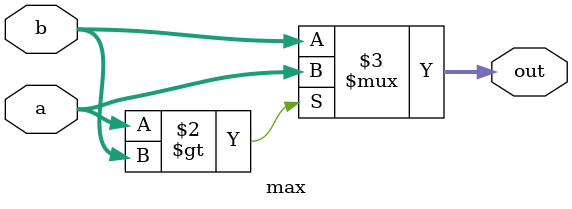
<source format=v>
`timescale 1ns / 1ps

module max #(
	// Width in bits of each input
	parameter IN_WIDTH = 32
)(
	// First number
	input wire[IN_WIDTH-1:0] a,
	// Second number
	input wire[IN_WIDTH-1:0] b,
	// Bigger of a and b
	output reg[IN_WIDTH-1:0] out
);
	always @(a, b) begin
		out <= (a>b) ? a : b;
	end
endmodule

</source>
